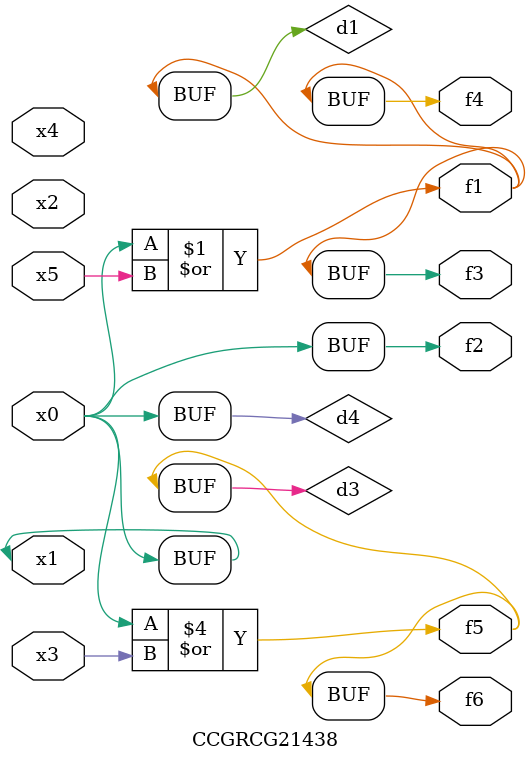
<source format=v>
module CCGRCG21438(
	input x0, x1, x2, x3, x4, x5,
	output f1, f2, f3, f4, f5, f6
);

	wire d1, d2, d3, d4;

	or (d1, x0, x5);
	xnor (d2, x1, x4);
	or (d3, x0, x3);
	buf (d4, x0, x1);
	assign f1 = d1;
	assign f2 = d4;
	assign f3 = d1;
	assign f4 = d1;
	assign f5 = d3;
	assign f6 = d3;
endmodule

</source>
